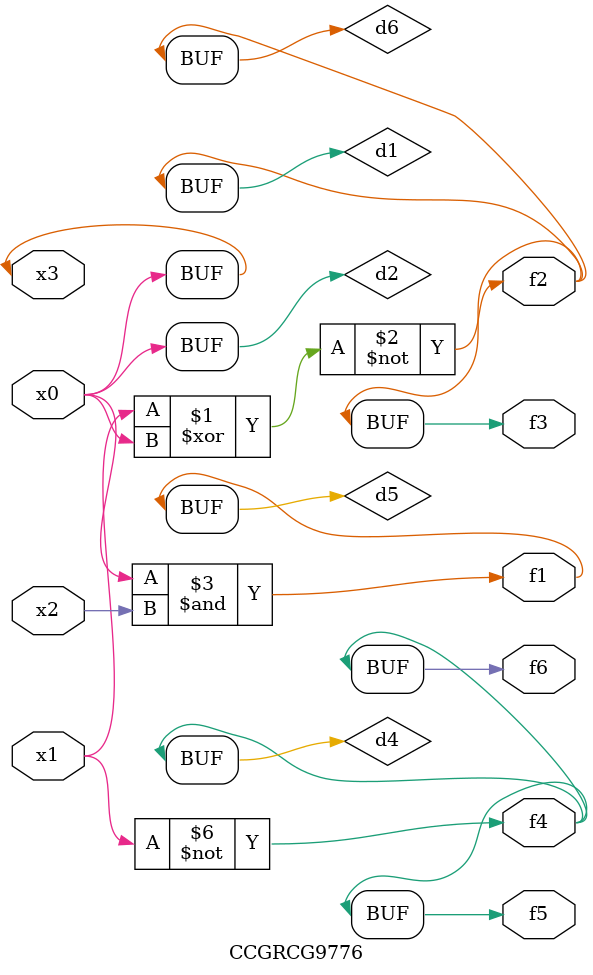
<source format=v>
module CCGRCG9776(
	input x0, x1, x2, x3,
	output f1, f2, f3, f4, f5, f6
);

	wire d1, d2, d3, d4, d5, d6;

	xnor (d1, x1, x3);
	buf (d2, x0, x3);
	nand (d3, x0, x2);
	not (d4, x1);
	nand (d5, d3);
	or (d6, d1);
	assign f1 = d5;
	assign f2 = d6;
	assign f3 = d6;
	assign f4 = d4;
	assign f5 = d4;
	assign f6 = d4;
endmodule

</source>
